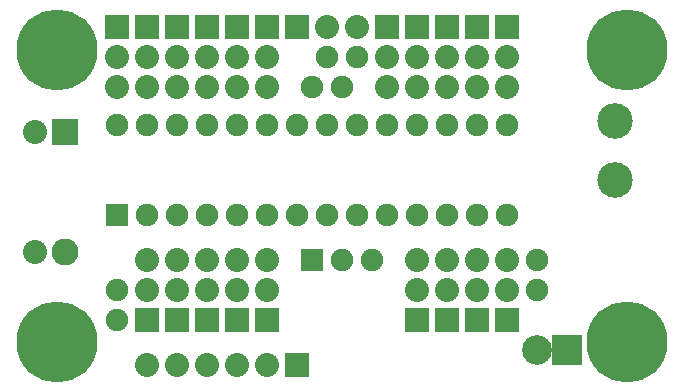
<source format=gbs>
G04 (created by PCBNEW-RS274X (2012-01-19 BZR 3256)-stable) date 7/25/2012 10:56:42 AM*
G01*
G70*
G90*
%MOIN*%
G04 Gerber Fmt 3.4, Leading zero omitted, Abs format*
%FSLAX34Y34*%
G04 APERTURE LIST*
%ADD10C,0.006000*%
%ADD11R,0.075000X0.075000*%
%ADD12C,0.075000*%
%ADD13C,0.270000*%
%ADD14R,0.098700X0.098700*%
%ADD15C,0.098700*%
%ADD16C,0.118400*%
%ADD17R,0.080000X0.080000*%
%ADD18C,0.080000*%
%ADD19C,0.090000*%
%ADD20R,0.090000X0.090000*%
G04 APERTURE END LIST*
G54D10*
G54D11*
X60500Y-42000D03*
G54D12*
X61500Y-42000D03*
X62500Y-42000D03*
G54D13*
X52000Y-35000D03*
X71000Y-35000D03*
X52000Y-44750D03*
X71000Y-44750D03*
G54D12*
X61500Y-36250D03*
X60500Y-36250D03*
X68000Y-42000D03*
X68000Y-43000D03*
X54000Y-44000D03*
X54000Y-43000D03*
X62010Y-35260D03*
X61010Y-35260D03*
X55000Y-40500D03*
X56000Y-40500D03*
X57000Y-40500D03*
X58000Y-40500D03*
X59000Y-40500D03*
X60000Y-40500D03*
X61000Y-40500D03*
X62000Y-40500D03*
X63000Y-40500D03*
X64000Y-40500D03*
X65000Y-40500D03*
X66000Y-40500D03*
X67000Y-40500D03*
G54D11*
X54000Y-40500D03*
G54D12*
X67000Y-37500D03*
X66000Y-37500D03*
X65000Y-37500D03*
X64000Y-37500D03*
X63000Y-37500D03*
X62000Y-37500D03*
X61000Y-37500D03*
X60000Y-37500D03*
X59000Y-37500D03*
X58000Y-37500D03*
X57000Y-37500D03*
X56000Y-37500D03*
X55000Y-37500D03*
X54000Y-37500D03*
G54D14*
X69010Y-45010D03*
G54D15*
X68010Y-45010D03*
G54D16*
X70600Y-39350D03*
X70600Y-37381D03*
G54D17*
X60000Y-45500D03*
G54D18*
X59000Y-45500D03*
X58000Y-45500D03*
X57000Y-45500D03*
X56000Y-45500D03*
X55000Y-45500D03*
G54D17*
X59000Y-44000D03*
G54D18*
X59000Y-43000D03*
X59000Y-42000D03*
G54D17*
X63000Y-34250D03*
G54D18*
X63000Y-35250D03*
X63000Y-36250D03*
G54D17*
X64000Y-34250D03*
G54D18*
X64000Y-35250D03*
X64000Y-36250D03*
G54D17*
X65000Y-34250D03*
G54D18*
X65000Y-35250D03*
X65000Y-36250D03*
G54D17*
X66000Y-34250D03*
G54D18*
X66000Y-35250D03*
X66000Y-36250D03*
G54D17*
X67000Y-34250D03*
G54D18*
X67000Y-35250D03*
X67000Y-36250D03*
G54D17*
X67000Y-44000D03*
G54D18*
X67000Y-43000D03*
X67000Y-42000D03*
G54D17*
X66000Y-44000D03*
G54D18*
X66000Y-43000D03*
X66000Y-42000D03*
G54D17*
X65000Y-44000D03*
G54D18*
X65000Y-43000D03*
X65000Y-42000D03*
G54D17*
X64000Y-44000D03*
G54D18*
X64000Y-43000D03*
X64000Y-42000D03*
G54D17*
X59000Y-34250D03*
G54D18*
X59000Y-35250D03*
X59000Y-36250D03*
G54D17*
X58000Y-44000D03*
G54D18*
X58000Y-43000D03*
X58000Y-42000D03*
G54D17*
X57000Y-44000D03*
G54D18*
X57000Y-43000D03*
X57000Y-42000D03*
G54D17*
X56000Y-44000D03*
G54D18*
X56000Y-43000D03*
X56000Y-42000D03*
G54D17*
X55000Y-44000D03*
G54D18*
X55000Y-43000D03*
X55000Y-42000D03*
G54D17*
X54000Y-34250D03*
G54D18*
X54000Y-35250D03*
X54000Y-36250D03*
G54D17*
X55000Y-34250D03*
G54D18*
X55000Y-35250D03*
X55000Y-36250D03*
G54D17*
X56000Y-34250D03*
G54D18*
X56000Y-35250D03*
X56000Y-36250D03*
G54D17*
X57000Y-34250D03*
G54D18*
X57000Y-35250D03*
X57000Y-36250D03*
G54D17*
X58000Y-34250D03*
G54D18*
X58000Y-35250D03*
X58000Y-36250D03*
G54D19*
X52260Y-41760D03*
G54D20*
X52260Y-37760D03*
G54D18*
X51260Y-37760D03*
X51260Y-41760D03*
G54D17*
X60010Y-34260D03*
G54D18*
X61010Y-34260D03*
X62010Y-34260D03*
M02*

</source>
